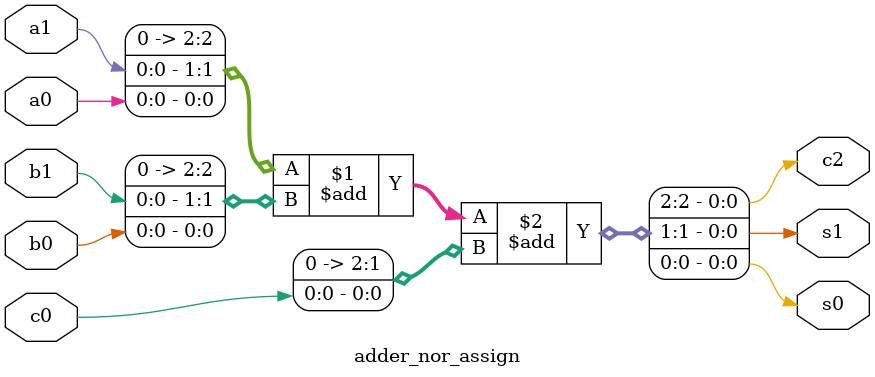
<source format=sv>
`timescale 1ns/1ns
module adder_nor_assign (input a0,b0,a1,b1,c0,output s1,s0,c2);
	assign #(86){c2,s1,s0} = {a1,a0} + {b1,b0} + {c0};
endmodule
</source>
